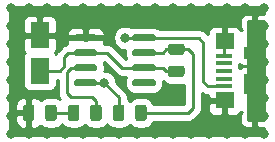
<source format=gbr>
G04 #@! TF.GenerationSoftware,KiCad,Pcbnew,5.1.6-c6e7f7d~86~ubuntu18.04.1*
G04 #@! TF.CreationDate,2020-06-15T00:20:06-04:00*
G04 #@! TF.ProjectId,flashing-led,666c6173-6869-46e6-972d-6c65642e6b69,1.0*
G04 #@! TF.SameCoordinates,Original*
G04 #@! TF.FileFunction,Copper,L1,Top*
G04 #@! TF.FilePolarity,Positive*
%FSLAX46Y46*%
G04 Gerber Fmt 4.6, Leading zero omitted, Abs format (unit mm)*
G04 Created by KiCad (PCBNEW 5.1.6-c6e7f7d~86~ubuntu18.04.1) date 2020-06-15 00:20:06*
%MOMM*%
%LPD*%
G01*
G04 APERTURE LIST*
G04 #@! TA.AperFunction,SMDPad,CuDef*
%ADD10R,1.600000X2.200000*%
G04 #@! TD*
G04 #@! TA.AperFunction,SMDPad,CuDef*
%ADD11R,1.900000X1.000000*%
G04 #@! TD*
G04 #@! TA.AperFunction,SMDPad,CuDef*
%ADD12R,1.900000X1.800000*%
G04 #@! TD*
G04 #@! TA.AperFunction,SMDPad,CuDef*
%ADD13R,1.300000X1.650000*%
G04 #@! TD*
G04 #@! TA.AperFunction,SMDPad,CuDef*
%ADD14R,1.550000X1.425000*%
G04 #@! TD*
G04 #@! TA.AperFunction,SMDPad,CuDef*
%ADD15R,1.380000X0.450000*%
G04 #@! TD*
G04 #@! TA.AperFunction,ViaPad*
%ADD16C,0.800000*%
G04 #@! TD*
G04 #@! TA.AperFunction,Conductor*
%ADD17C,0.250000*%
G04 #@! TD*
G04 #@! TA.AperFunction,Conductor*
%ADD18C,0.254000*%
G04 #@! TD*
G04 APERTURE END LIST*
G04 #@! TA.AperFunction,SMDPad,CuDef*
G36*
G01*
X150800750Y-92174000D02*
X151713250Y-92174000D01*
G75*
G02*
X151957000Y-92417750I0J-243750D01*
G01*
X151957000Y-92905250D01*
G75*
G02*
X151713250Y-93149000I-243750J0D01*
G01*
X150800750Y-93149000D01*
G75*
G02*
X150557000Y-92905250I0J243750D01*
G01*
X150557000Y-92417750D01*
G75*
G02*
X150800750Y-92174000I243750J0D01*
G01*
G37*
G04 #@! TD.AperFunction*
G04 #@! TA.AperFunction,SMDPad,CuDef*
G36*
G01*
X150800750Y-94049000D02*
X151713250Y-94049000D01*
G75*
G02*
X151957000Y-94292750I0J-243750D01*
G01*
X151957000Y-94780250D01*
G75*
G02*
X151713250Y-95024000I-243750J0D01*
G01*
X150800750Y-95024000D01*
G75*
G02*
X150557000Y-94780250I0J243750D01*
G01*
X150557000Y-94292750D01*
G75*
G02*
X150800750Y-94049000I243750J0D01*
G01*
G37*
G04 #@! TD.AperFunction*
D10*
X139700000Y-94464000D03*
X139700000Y-91464000D03*
G04 #@! TA.AperFunction,SMDPad,CuDef*
G36*
G01*
X138275000Y-98500250D02*
X138275000Y-97587750D01*
G75*
G02*
X138518750Y-97344000I243750J0D01*
G01*
X139006250Y-97344000D01*
G75*
G02*
X139250000Y-97587750I0J-243750D01*
G01*
X139250000Y-98500250D01*
G75*
G02*
X139006250Y-98744000I-243750J0D01*
G01*
X138518750Y-98744000D01*
G75*
G02*
X138275000Y-98500250I0J243750D01*
G01*
G37*
G04 #@! TD.AperFunction*
G04 #@! TA.AperFunction,SMDPad,CuDef*
G36*
G01*
X140150000Y-98500250D02*
X140150000Y-97587750D01*
G75*
G02*
X140393750Y-97344000I243750J0D01*
G01*
X140881250Y-97344000D01*
G75*
G02*
X141125000Y-97587750I0J-243750D01*
G01*
X141125000Y-98500250D01*
G75*
G02*
X140881250Y-98744000I-243750J0D01*
G01*
X140393750Y-98744000D01*
G75*
G02*
X140150000Y-98500250I0J243750D01*
G01*
G37*
G04 #@! TD.AperFunction*
G04 #@! TA.AperFunction,SMDPad,CuDef*
G36*
G01*
X147770000Y-98500250D02*
X147770000Y-97587750D01*
G75*
G02*
X148013750Y-97344000I243750J0D01*
G01*
X148501250Y-97344000D01*
G75*
G02*
X148745000Y-97587750I0J-243750D01*
G01*
X148745000Y-98500250D01*
G75*
G02*
X148501250Y-98744000I-243750J0D01*
G01*
X148013750Y-98744000D01*
G75*
G02*
X147770000Y-98500250I0J243750D01*
G01*
G37*
G04 #@! TD.AperFunction*
G04 #@! TA.AperFunction,SMDPad,CuDef*
G36*
G01*
X145895000Y-98500250D02*
X145895000Y-97587750D01*
G75*
G02*
X146138750Y-97344000I243750J0D01*
G01*
X146626250Y-97344000D01*
G75*
G02*
X146870000Y-97587750I0J-243750D01*
G01*
X146870000Y-98500250D01*
G75*
G02*
X146626250Y-98744000I-243750J0D01*
G01*
X146138750Y-98744000D01*
G75*
G02*
X145895000Y-98500250I0J243750D01*
G01*
G37*
G04 #@! TD.AperFunction*
G04 #@! TA.AperFunction,SMDPad,CuDef*
G36*
G01*
X142085000Y-98500250D02*
X142085000Y-97587750D01*
G75*
G02*
X142328750Y-97344000I243750J0D01*
G01*
X142816250Y-97344000D01*
G75*
G02*
X143060000Y-97587750I0J-243750D01*
G01*
X143060000Y-98500250D01*
G75*
G02*
X142816250Y-98744000I-243750J0D01*
G01*
X142328750Y-98744000D01*
G75*
G02*
X142085000Y-98500250I0J243750D01*
G01*
G37*
G04 #@! TD.AperFunction*
G04 #@! TA.AperFunction,SMDPad,CuDef*
G36*
G01*
X143960000Y-98500250D02*
X143960000Y-97587750D01*
G75*
G02*
X144203750Y-97344000I243750J0D01*
G01*
X144691250Y-97344000D01*
G75*
G02*
X144935000Y-97587750I0J-243750D01*
G01*
X144935000Y-98500250D01*
G75*
G02*
X144691250Y-98744000I-243750J0D01*
G01*
X144203750Y-98744000D01*
G75*
G02*
X143960000Y-98500250I0J243750D01*
G01*
G37*
G04 #@! TD.AperFunction*
D11*
X157918000Y-92938000D03*
D12*
X157918000Y-95638000D03*
D13*
X157918000Y-91113000D03*
X157918000Y-97863000D03*
D14*
X155343000Y-92000500D03*
X155343000Y-96975500D03*
D15*
X155258000Y-93188000D03*
X155258000Y-93838000D03*
X155258000Y-94488000D03*
X155258000Y-95138000D03*
X155258000Y-95788000D03*
G04 #@! TA.AperFunction,SMDPad,CuDef*
G36*
G01*
X142600000Y-91844000D02*
X142600000Y-91544000D01*
G75*
G02*
X142750000Y-91394000I150000J0D01*
G01*
X144400000Y-91394000D01*
G75*
G02*
X144550000Y-91544000I0J-150000D01*
G01*
X144550000Y-91844000D01*
G75*
G02*
X144400000Y-91994000I-150000J0D01*
G01*
X142750000Y-91994000D01*
G75*
G02*
X142600000Y-91844000I0J150000D01*
G01*
G37*
G04 #@! TD.AperFunction*
G04 #@! TA.AperFunction,SMDPad,CuDef*
G36*
G01*
X142600000Y-93114000D02*
X142600000Y-92814000D01*
G75*
G02*
X142750000Y-92664000I150000J0D01*
G01*
X144400000Y-92664000D01*
G75*
G02*
X144550000Y-92814000I0J-150000D01*
G01*
X144550000Y-93114000D01*
G75*
G02*
X144400000Y-93264000I-150000J0D01*
G01*
X142750000Y-93264000D01*
G75*
G02*
X142600000Y-93114000I0J150000D01*
G01*
G37*
G04 #@! TD.AperFunction*
G04 #@! TA.AperFunction,SMDPad,CuDef*
G36*
G01*
X142600000Y-94384000D02*
X142600000Y-94084000D01*
G75*
G02*
X142750000Y-93934000I150000J0D01*
G01*
X144400000Y-93934000D01*
G75*
G02*
X144550000Y-94084000I0J-150000D01*
G01*
X144550000Y-94384000D01*
G75*
G02*
X144400000Y-94534000I-150000J0D01*
G01*
X142750000Y-94534000D01*
G75*
G02*
X142600000Y-94384000I0J150000D01*
G01*
G37*
G04 #@! TD.AperFunction*
G04 #@! TA.AperFunction,SMDPad,CuDef*
G36*
G01*
X142600000Y-95654000D02*
X142600000Y-95354000D01*
G75*
G02*
X142750000Y-95204000I150000J0D01*
G01*
X144400000Y-95204000D01*
G75*
G02*
X144550000Y-95354000I0J-150000D01*
G01*
X144550000Y-95654000D01*
G75*
G02*
X144400000Y-95804000I-150000J0D01*
G01*
X142750000Y-95804000D01*
G75*
G02*
X142600000Y-95654000I0J150000D01*
G01*
G37*
G04 #@! TD.AperFunction*
G04 #@! TA.AperFunction,SMDPad,CuDef*
G36*
G01*
X147550000Y-95654000D02*
X147550000Y-95354000D01*
G75*
G02*
X147700000Y-95204000I150000J0D01*
G01*
X149350000Y-95204000D01*
G75*
G02*
X149500000Y-95354000I0J-150000D01*
G01*
X149500000Y-95654000D01*
G75*
G02*
X149350000Y-95804000I-150000J0D01*
G01*
X147700000Y-95804000D01*
G75*
G02*
X147550000Y-95654000I0J150000D01*
G01*
G37*
G04 #@! TD.AperFunction*
G04 #@! TA.AperFunction,SMDPad,CuDef*
G36*
G01*
X147550000Y-94384000D02*
X147550000Y-94084000D01*
G75*
G02*
X147700000Y-93934000I150000J0D01*
G01*
X149350000Y-93934000D01*
G75*
G02*
X149500000Y-94084000I0J-150000D01*
G01*
X149500000Y-94384000D01*
G75*
G02*
X149350000Y-94534000I-150000J0D01*
G01*
X147700000Y-94534000D01*
G75*
G02*
X147550000Y-94384000I0J150000D01*
G01*
G37*
G04 #@! TD.AperFunction*
G04 #@! TA.AperFunction,SMDPad,CuDef*
G36*
G01*
X147550000Y-93114000D02*
X147550000Y-92814000D01*
G75*
G02*
X147700000Y-92664000I150000J0D01*
G01*
X149350000Y-92664000D01*
G75*
G02*
X149500000Y-92814000I0J-150000D01*
G01*
X149500000Y-93114000D01*
G75*
G02*
X149350000Y-93264000I-150000J0D01*
G01*
X147700000Y-93264000D01*
G75*
G02*
X147550000Y-93114000I0J150000D01*
G01*
G37*
G04 #@! TD.AperFunction*
G04 #@! TA.AperFunction,SMDPad,CuDef*
G36*
G01*
X147550000Y-91844000D02*
X147550000Y-91544000D01*
G75*
G02*
X147700000Y-91394000I150000J0D01*
G01*
X149350000Y-91394000D01*
G75*
G02*
X149500000Y-91544000I0J-150000D01*
G01*
X149500000Y-91844000D01*
G75*
G02*
X149350000Y-91994000I-150000J0D01*
G01*
X147700000Y-91994000D01*
G75*
G02*
X147550000Y-91844000I0J150000D01*
G01*
G37*
G04 #@! TD.AperFunction*
D16*
X149479000Y-99822000D03*
X151003000Y-99822000D03*
X146431000Y-99822000D03*
X143383000Y-99822000D03*
X144907000Y-99822000D03*
X147955000Y-99822000D03*
X140335000Y-99822000D03*
X138811000Y-99822000D03*
X141859000Y-99822000D03*
X137287000Y-98298000D03*
X137287000Y-95250000D03*
X137287000Y-92202000D03*
X137287000Y-96774000D03*
X137287000Y-93726000D03*
X137287000Y-90678000D03*
X137287000Y-99822000D03*
X137287000Y-89154000D03*
X147955000Y-89154000D03*
X140335000Y-89154000D03*
X143383000Y-89154000D03*
X138811000Y-89154000D03*
X149479000Y-89154000D03*
X141859000Y-89154000D03*
X144907000Y-89154000D03*
X146431000Y-89154000D03*
X151003000Y-89154000D03*
X152527000Y-89154000D03*
X155575000Y-89154000D03*
X157099000Y-89154000D03*
X154051000Y-89154000D03*
X152527000Y-99822000D03*
X154051000Y-99822000D03*
X155575000Y-99822000D03*
X157099000Y-99822000D03*
X151003000Y-96520000D03*
X158648400Y-96761300D03*
X158648400Y-98285300D03*
X158648400Y-99809300D03*
X158648400Y-95237300D03*
X158648400Y-93713300D03*
X158648400Y-92189300D03*
X158648400Y-89141300D03*
X158648400Y-90665300D03*
X146939000Y-91694000D03*
X145161000Y-95504000D03*
D17*
X146685000Y-94234000D02*
X148525000Y-94234000D01*
X143575000Y-92964000D02*
X145415000Y-92964000D01*
X145415000Y-92964000D02*
X146685000Y-94234000D01*
X142113000Y-92964000D02*
X141732000Y-93345000D01*
X143575000Y-92964000D02*
X142113000Y-92964000D01*
X141732000Y-93345000D02*
X141732000Y-94107000D01*
X141732000Y-94107000D02*
X141375000Y-94464000D01*
X141375000Y-94464000D02*
X139700000Y-94464000D01*
X150416500Y-94536500D02*
X150114000Y-94234000D01*
X150114000Y-94234000D02*
X148525000Y-94234000D01*
X151765000Y-94536500D02*
X150416500Y-94536500D01*
X155258000Y-92085500D02*
X155343000Y-92000500D01*
X155258000Y-93188000D02*
X155258000Y-92085500D01*
X140637500Y-98044000D02*
X142572500Y-98044000D01*
X151765000Y-92661500D02*
X150416500Y-92661500D01*
X150416500Y-92661500D02*
X150114000Y-92964000D01*
X150114000Y-92964000D02*
X148525000Y-92964000D01*
X152654000Y-93027500D02*
X152654000Y-97663000D01*
X152273000Y-98044000D02*
X148257500Y-98044000D01*
X152654000Y-97663000D02*
X152273000Y-98044000D01*
X151384000Y-92661500D02*
X152288000Y-92661500D01*
X152288000Y-92661500D02*
X152654000Y-93027500D01*
X144447500Y-97013000D02*
X144447500Y-98044000D01*
X142303500Y-94234000D02*
X141986000Y-94551500D01*
X143575000Y-94234000D02*
X142303500Y-94234000D01*
X141986000Y-94551500D02*
X141986000Y-96393000D01*
X141986000Y-96393000D02*
X142303500Y-96710500D01*
X142303500Y-96710500D02*
X144145000Y-96710500D01*
X144145000Y-96710500D02*
X144447500Y-97013000D01*
X146939000Y-91694000D02*
X148525000Y-91694000D01*
X143575000Y-95504000D02*
X145161000Y-95504000D01*
X146382500Y-96725500D02*
X145161000Y-95504000D01*
X146382500Y-98044000D02*
X146382500Y-96725500D01*
X153954000Y-95788000D02*
X155258000Y-95788000D01*
X153555700Y-95389700D02*
X153954000Y-95788000D01*
X153555700Y-92087700D02*
X153555700Y-95389700D01*
X148525000Y-91694000D02*
X153162000Y-91694000D01*
X153162000Y-91694000D02*
X153555700Y-92087700D01*
D18*
G36*
X158725000Y-89672052D02*
G01*
X158692482Y-89662188D01*
X158568000Y-89649928D01*
X158203750Y-89653000D01*
X158045000Y-89811750D01*
X158045000Y-90986000D01*
X158065000Y-90986000D01*
X158065000Y-91240000D01*
X158045000Y-91240000D01*
X158045000Y-92811000D01*
X158065000Y-92811000D01*
X158065000Y-93065000D01*
X158045000Y-93065000D01*
X158045000Y-93914250D01*
X158203750Y-94073000D01*
X158725000Y-94075411D01*
X158725000Y-94100589D01*
X158203750Y-94103000D01*
X158045000Y-94261750D01*
X158045000Y-95511000D01*
X158065000Y-95511000D01*
X158065000Y-95765000D01*
X158045000Y-95765000D01*
X158045000Y-97736000D01*
X158065000Y-97736000D01*
X158065000Y-97990000D01*
X158045000Y-97990000D01*
X158045000Y-99164250D01*
X158203750Y-99323000D01*
X158568000Y-99326072D01*
X158692482Y-99313812D01*
X158725001Y-99303947D01*
X158725001Y-99924000D01*
X137185000Y-99924000D01*
X137185000Y-98744000D01*
X137636928Y-98744000D01*
X137649188Y-98868482D01*
X137685498Y-98988180D01*
X137744463Y-99098494D01*
X137823815Y-99195185D01*
X137920506Y-99274537D01*
X138030820Y-99333502D01*
X138150518Y-99369812D01*
X138275000Y-99382072D01*
X138476750Y-99379000D01*
X138635500Y-99220250D01*
X138635500Y-98171000D01*
X137798750Y-98171000D01*
X137640000Y-98329750D01*
X137636928Y-98744000D01*
X137185000Y-98744000D01*
X137185000Y-97344000D01*
X137636928Y-97344000D01*
X137640000Y-97758250D01*
X137798750Y-97917000D01*
X138635500Y-97917000D01*
X138635500Y-96867750D01*
X138476750Y-96709000D01*
X138275000Y-96705928D01*
X138150518Y-96718188D01*
X138030820Y-96754498D01*
X137920506Y-96813463D01*
X137823815Y-96892815D01*
X137744463Y-96989506D01*
X137685498Y-97099820D01*
X137649188Y-97219518D01*
X137636928Y-97344000D01*
X137185000Y-97344000D01*
X137185000Y-92564000D01*
X138261928Y-92564000D01*
X138274188Y-92688482D01*
X138310498Y-92808180D01*
X138369463Y-92918494D01*
X138406809Y-92964000D01*
X138369463Y-93009506D01*
X138310498Y-93119820D01*
X138274188Y-93239518D01*
X138261928Y-93364000D01*
X138261928Y-95564000D01*
X138274188Y-95688482D01*
X138310498Y-95808180D01*
X138369463Y-95918494D01*
X138448815Y-96015185D01*
X138545506Y-96094537D01*
X138655820Y-96153502D01*
X138775518Y-96189812D01*
X138900000Y-96202072D01*
X140500000Y-96202072D01*
X140624482Y-96189812D01*
X140744180Y-96153502D01*
X140854494Y-96094537D01*
X140951185Y-96015185D01*
X141030537Y-95918494D01*
X141089502Y-95808180D01*
X141125812Y-95688482D01*
X141138072Y-95564000D01*
X141138072Y-95224000D01*
X141226000Y-95224000D01*
X141226001Y-96355668D01*
X141222324Y-96393000D01*
X141226001Y-96430333D01*
X141236998Y-96541986D01*
X141242922Y-96561514D01*
X141280454Y-96685246D01*
X141351026Y-96817276D01*
X141397978Y-96874486D01*
X141403161Y-96880801D01*
X141371164Y-96854542D01*
X141218709Y-96773053D01*
X141053285Y-96722872D01*
X140881250Y-96705928D01*
X140393750Y-96705928D01*
X140221715Y-96722872D01*
X140056291Y-96773053D01*
X139903836Y-96854542D01*
X139770208Y-96964208D01*
X139764992Y-96970564D01*
X139701185Y-96892815D01*
X139604494Y-96813463D01*
X139494180Y-96754498D01*
X139374482Y-96718188D01*
X139250000Y-96705928D01*
X139048250Y-96709000D01*
X138889500Y-96867750D01*
X138889500Y-97917000D01*
X138909500Y-97917000D01*
X138909500Y-98171000D01*
X138889500Y-98171000D01*
X138889500Y-99220250D01*
X139048250Y-99379000D01*
X139250000Y-99382072D01*
X139374482Y-99369812D01*
X139494180Y-99333502D01*
X139604494Y-99274537D01*
X139701185Y-99195185D01*
X139764992Y-99117436D01*
X139770208Y-99123792D01*
X139903836Y-99233458D01*
X140056291Y-99314947D01*
X140221715Y-99365128D01*
X140393750Y-99382072D01*
X140881250Y-99382072D01*
X141053285Y-99365128D01*
X141218709Y-99314947D01*
X141371164Y-99233458D01*
X141504792Y-99123792D01*
X141605000Y-99001689D01*
X141705208Y-99123792D01*
X141838836Y-99233458D01*
X141991291Y-99314947D01*
X142156715Y-99365128D01*
X142328750Y-99382072D01*
X142816250Y-99382072D01*
X142988285Y-99365128D01*
X143153709Y-99314947D01*
X143306164Y-99233458D01*
X143439792Y-99123792D01*
X143510000Y-99038244D01*
X143580208Y-99123792D01*
X143713836Y-99233458D01*
X143866291Y-99314947D01*
X144031715Y-99365128D01*
X144203750Y-99382072D01*
X144691250Y-99382072D01*
X144863285Y-99365128D01*
X145028709Y-99314947D01*
X145181164Y-99233458D01*
X145314792Y-99123792D01*
X145415000Y-99001689D01*
X145515208Y-99123792D01*
X145648836Y-99233458D01*
X145801291Y-99314947D01*
X145966715Y-99365128D01*
X146138750Y-99382072D01*
X146626250Y-99382072D01*
X146798285Y-99365128D01*
X146963709Y-99314947D01*
X147116164Y-99233458D01*
X147249792Y-99123792D01*
X147320000Y-99038244D01*
X147390208Y-99123792D01*
X147523836Y-99233458D01*
X147676291Y-99314947D01*
X147841715Y-99365128D01*
X148013750Y-99382072D01*
X148501250Y-99382072D01*
X148673285Y-99365128D01*
X148838709Y-99314947D01*
X148991164Y-99233458D01*
X149124792Y-99123792D01*
X149234458Y-98990164D01*
X149315947Y-98837709D01*
X149326173Y-98804000D01*
X152235678Y-98804000D01*
X152273000Y-98807676D01*
X152310322Y-98804000D01*
X152310333Y-98804000D01*
X152421986Y-98793003D01*
X152565247Y-98749546D01*
X152697276Y-98678974D01*
X152813001Y-98584001D01*
X152836804Y-98554997D01*
X153164997Y-98226804D01*
X153194001Y-98203001D01*
X153288974Y-98087276D01*
X153359546Y-97955247D01*
X153403003Y-97811986D01*
X153414000Y-97700333D01*
X153414000Y-97700324D01*
X153415213Y-97688000D01*
X153929928Y-97688000D01*
X153942188Y-97812482D01*
X153978498Y-97932180D01*
X154037463Y-98042494D01*
X154116815Y-98139185D01*
X154213506Y-98218537D01*
X154323820Y-98277502D01*
X154443518Y-98313812D01*
X154568000Y-98326072D01*
X155057250Y-98323000D01*
X155216000Y-98164250D01*
X155216000Y-97102500D01*
X154091750Y-97102500D01*
X153933000Y-97261250D01*
X153929928Y-97688000D01*
X153415213Y-97688000D01*
X153417676Y-97663001D01*
X153414000Y-97625678D01*
X153414000Y-96328002D01*
X153529724Y-96422974D01*
X153661753Y-96493546D01*
X153805014Y-96537003D01*
X153916667Y-96548000D01*
X153916676Y-96548000D01*
X153931990Y-96549508D01*
X153933000Y-96689750D01*
X154091750Y-96848500D01*
X155216000Y-96848500D01*
X155216000Y-96828500D01*
X155470000Y-96828500D01*
X155470000Y-96848500D01*
X155490000Y-96848500D01*
X155490000Y-97102500D01*
X155470000Y-97102500D01*
X155470000Y-98164250D01*
X155628750Y-98323000D01*
X156118000Y-98326072D01*
X156242482Y-98313812D01*
X156362180Y-98277502D01*
X156472494Y-98218537D01*
X156569185Y-98139185D01*
X156648537Y-98042494D01*
X156676595Y-97990002D01*
X156791748Y-97990002D01*
X156633000Y-98148750D01*
X156629928Y-98688000D01*
X156642188Y-98812482D01*
X156678498Y-98932180D01*
X156737463Y-99042494D01*
X156816815Y-99139185D01*
X156913506Y-99218537D01*
X157023820Y-99277502D01*
X157143518Y-99313812D01*
X157268000Y-99326072D01*
X157632250Y-99323000D01*
X157791000Y-99164250D01*
X157791000Y-97990000D01*
X157771000Y-97990000D01*
X157771000Y-97736000D01*
X157791000Y-97736000D01*
X157791000Y-95765000D01*
X157771000Y-95765000D01*
X157771000Y-95511000D01*
X157791000Y-95511000D01*
X157791000Y-94261750D01*
X157632250Y-94103000D01*
X156968000Y-94099928D01*
X156843518Y-94112188D01*
X156723820Y-94148498D01*
X156613506Y-94207463D01*
X156583063Y-94232447D01*
X156576223Y-94163000D01*
X156586072Y-94063000D01*
X156586072Y-93946023D01*
X156613506Y-93968537D01*
X156723820Y-94027502D01*
X156843518Y-94063812D01*
X156968000Y-94076072D01*
X157632250Y-94073000D01*
X157791000Y-93914250D01*
X157791000Y-93065000D01*
X157771000Y-93065000D01*
X157771000Y-92811000D01*
X157791000Y-92811000D01*
X157791000Y-91240000D01*
X157771000Y-91240000D01*
X157771000Y-90986000D01*
X157791000Y-90986000D01*
X157791000Y-89811750D01*
X157632250Y-89653000D01*
X157268000Y-89649928D01*
X157143518Y-89662188D01*
X157023820Y-89698498D01*
X156913506Y-89757463D01*
X156816815Y-89836815D01*
X156737463Y-89933506D01*
X156678498Y-90043820D01*
X156642188Y-90163518D01*
X156629928Y-90288000D01*
X156633000Y-90827250D01*
X156791748Y-90985998D01*
X156676595Y-90985998D01*
X156648537Y-90933506D01*
X156569185Y-90836815D01*
X156472494Y-90757463D01*
X156362180Y-90698498D01*
X156242482Y-90662188D01*
X156118000Y-90649928D01*
X155628750Y-90653000D01*
X155470000Y-90811750D01*
X155470000Y-91873500D01*
X155490000Y-91873500D01*
X155490000Y-92127500D01*
X155470000Y-92127500D01*
X155470000Y-92147500D01*
X155216000Y-92147500D01*
X155216000Y-92127500D01*
X155196000Y-92127500D01*
X155196000Y-91873500D01*
X155216000Y-91873500D01*
X155216000Y-90811750D01*
X155057250Y-90653000D01*
X154568000Y-90649928D01*
X154443518Y-90662188D01*
X154323820Y-90698498D01*
X154213506Y-90757463D01*
X154116815Y-90836815D01*
X154037463Y-90933506D01*
X153978498Y-91043820D01*
X153942188Y-91163518D01*
X153929928Y-91288000D01*
X153930647Y-91387846D01*
X153725804Y-91183003D01*
X153702001Y-91153999D01*
X153586276Y-91059026D01*
X153454247Y-90988454D01*
X153310986Y-90944997D01*
X153199333Y-90934000D01*
X153199322Y-90934000D01*
X153162000Y-90930324D01*
X153124678Y-90934000D01*
X149842976Y-90934000D01*
X149787829Y-90888742D01*
X149651582Y-90815916D01*
X149503745Y-90771071D01*
X149350000Y-90755928D01*
X147700000Y-90755928D01*
X147546255Y-90771071D01*
X147459895Y-90797267D01*
X147429256Y-90776795D01*
X147240898Y-90698774D01*
X147040939Y-90659000D01*
X146837061Y-90659000D01*
X146637102Y-90698774D01*
X146448744Y-90776795D01*
X146279226Y-90890063D01*
X146135063Y-91034226D01*
X146021795Y-91203744D01*
X145943774Y-91392102D01*
X145904000Y-91592061D01*
X145904000Y-91795939D01*
X145943774Y-91995898D01*
X146021795Y-92184256D01*
X146135063Y-92353774D01*
X146279226Y-92497937D01*
X146448744Y-92611205D01*
X146637102Y-92689226D01*
X146837061Y-92729000D01*
X146920300Y-92729000D01*
X146911928Y-92814000D01*
X146911928Y-93114000D01*
X146927071Y-93267745D01*
X146971916Y-93415582D01*
X147003141Y-93474000D01*
X146999802Y-93474000D01*
X145978804Y-92453003D01*
X145955001Y-92423999D01*
X145839276Y-92329026D01*
X145707247Y-92258454D01*
X145563986Y-92214997D01*
X145452333Y-92204000D01*
X145452322Y-92204000D01*
X145415000Y-92200324D01*
X145377678Y-92204000D01*
X145149870Y-92204000D01*
X145175812Y-92118482D01*
X145188072Y-91994000D01*
X145185000Y-91979750D01*
X145026250Y-91821000D01*
X143702000Y-91821000D01*
X143702000Y-91841000D01*
X143448000Y-91841000D01*
X143448000Y-91821000D01*
X142123750Y-91821000D01*
X141965000Y-91979750D01*
X141961928Y-91994000D01*
X141974188Y-92118482D01*
X142002321Y-92211224D01*
X141964014Y-92214997D01*
X141820753Y-92258454D01*
X141688724Y-92329026D01*
X141572999Y-92423999D01*
X141549196Y-92453003D01*
X141221003Y-92781196D01*
X141191999Y-92804999D01*
X141153939Y-92851376D01*
X141097026Y-92920724D01*
X141073894Y-92964001D01*
X141040054Y-93027311D01*
X141030537Y-93009506D01*
X140993191Y-92964000D01*
X141030537Y-92918494D01*
X141089502Y-92808180D01*
X141125812Y-92688482D01*
X141138072Y-92564000D01*
X141135000Y-91749750D01*
X140976250Y-91591000D01*
X139827000Y-91591000D01*
X139827000Y-91611000D01*
X139573000Y-91611000D01*
X139573000Y-91591000D01*
X138423750Y-91591000D01*
X138265000Y-91749750D01*
X138261928Y-92564000D01*
X137185000Y-92564000D01*
X137185000Y-91394000D01*
X141961928Y-91394000D01*
X141965000Y-91408250D01*
X142123750Y-91567000D01*
X143448000Y-91567000D01*
X143448000Y-90917750D01*
X143702000Y-90917750D01*
X143702000Y-91567000D01*
X145026250Y-91567000D01*
X145185000Y-91408250D01*
X145188072Y-91394000D01*
X145175812Y-91269518D01*
X145139502Y-91149820D01*
X145080537Y-91039506D01*
X145001185Y-90942815D01*
X144904494Y-90863463D01*
X144794180Y-90804498D01*
X144674482Y-90768188D01*
X144550000Y-90755928D01*
X143860750Y-90759000D01*
X143702000Y-90917750D01*
X143448000Y-90917750D01*
X143289250Y-90759000D01*
X142600000Y-90755928D01*
X142475518Y-90768188D01*
X142355820Y-90804498D01*
X142245506Y-90863463D01*
X142148815Y-90942815D01*
X142069463Y-91039506D01*
X142010498Y-91149820D01*
X141974188Y-91269518D01*
X141961928Y-91394000D01*
X137185000Y-91394000D01*
X137185000Y-90364000D01*
X138261928Y-90364000D01*
X138265000Y-91178250D01*
X138423750Y-91337000D01*
X139573000Y-91337000D01*
X139573000Y-89887750D01*
X139827000Y-89887750D01*
X139827000Y-91337000D01*
X140976250Y-91337000D01*
X141135000Y-91178250D01*
X141138072Y-90364000D01*
X141125812Y-90239518D01*
X141089502Y-90119820D01*
X141030537Y-90009506D01*
X140951185Y-89912815D01*
X140854494Y-89833463D01*
X140744180Y-89774498D01*
X140624482Y-89738188D01*
X140500000Y-89725928D01*
X139985750Y-89729000D01*
X139827000Y-89887750D01*
X139573000Y-89887750D01*
X139414250Y-89729000D01*
X138900000Y-89725928D01*
X138775518Y-89738188D01*
X138655820Y-89774498D01*
X138545506Y-89833463D01*
X138448815Y-89912815D01*
X138369463Y-90009506D01*
X138310498Y-90119820D01*
X138274188Y-90239518D01*
X138261928Y-90364000D01*
X137185000Y-90364000D01*
X137185000Y-89052000D01*
X158725000Y-89052000D01*
X158725000Y-89672052D01*
G37*
X158725000Y-89672052D02*
X158692482Y-89662188D01*
X158568000Y-89649928D01*
X158203750Y-89653000D01*
X158045000Y-89811750D01*
X158045000Y-90986000D01*
X158065000Y-90986000D01*
X158065000Y-91240000D01*
X158045000Y-91240000D01*
X158045000Y-92811000D01*
X158065000Y-92811000D01*
X158065000Y-93065000D01*
X158045000Y-93065000D01*
X158045000Y-93914250D01*
X158203750Y-94073000D01*
X158725000Y-94075411D01*
X158725000Y-94100589D01*
X158203750Y-94103000D01*
X158045000Y-94261750D01*
X158045000Y-95511000D01*
X158065000Y-95511000D01*
X158065000Y-95765000D01*
X158045000Y-95765000D01*
X158045000Y-97736000D01*
X158065000Y-97736000D01*
X158065000Y-97990000D01*
X158045000Y-97990000D01*
X158045000Y-99164250D01*
X158203750Y-99323000D01*
X158568000Y-99326072D01*
X158692482Y-99313812D01*
X158725001Y-99303947D01*
X158725001Y-99924000D01*
X137185000Y-99924000D01*
X137185000Y-98744000D01*
X137636928Y-98744000D01*
X137649188Y-98868482D01*
X137685498Y-98988180D01*
X137744463Y-99098494D01*
X137823815Y-99195185D01*
X137920506Y-99274537D01*
X138030820Y-99333502D01*
X138150518Y-99369812D01*
X138275000Y-99382072D01*
X138476750Y-99379000D01*
X138635500Y-99220250D01*
X138635500Y-98171000D01*
X137798750Y-98171000D01*
X137640000Y-98329750D01*
X137636928Y-98744000D01*
X137185000Y-98744000D01*
X137185000Y-97344000D01*
X137636928Y-97344000D01*
X137640000Y-97758250D01*
X137798750Y-97917000D01*
X138635500Y-97917000D01*
X138635500Y-96867750D01*
X138476750Y-96709000D01*
X138275000Y-96705928D01*
X138150518Y-96718188D01*
X138030820Y-96754498D01*
X137920506Y-96813463D01*
X137823815Y-96892815D01*
X137744463Y-96989506D01*
X137685498Y-97099820D01*
X137649188Y-97219518D01*
X137636928Y-97344000D01*
X137185000Y-97344000D01*
X137185000Y-92564000D01*
X138261928Y-92564000D01*
X138274188Y-92688482D01*
X138310498Y-92808180D01*
X138369463Y-92918494D01*
X138406809Y-92964000D01*
X138369463Y-93009506D01*
X138310498Y-93119820D01*
X138274188Y-93239518D01*
X138261928Y-93364000D01*
X138261928Y-95564000D01*
X138274188Y-95688482D01*
X138310498Y-95808180D01*
X138369463Y-95918494D01*
X138448815Y-96015185D01*
X138545506Y-96094537D01*
X138655820Y-96153502D01*
X138775518Y-96189812D01*
X138900000Y-96202072D01*
X140500000Y-96202072D01*
X140624482Y-96189812D01*
X140744180Y-96153502D01*
X140854494Y-96094537D01*
X140951185Y-96015185D01*
X141030537Y-95918494D01*
X141089502Y-95808180D01*
X141125812Y-95688482D01*
X141138072Y-95564000D01*
X141138072Y-95224000D01*
X141226000Y-95224000D01*
X141226001Y-96355668D01*
X141222324Y-96393000D01*
X141226001Y-96430333D01*
X141236998Y-96541986D01*
X141242922Y-96561514D01*
X141280454Y-96685246D01*
X141351026Y-96817276D01*
X141397978Y-96874486D01*
X141403161Y-96880801D01*
X141371164Y-96854542D01*
X141218709Y-96773053D01*
X141053285Y-96722872D01*
X140881250Y-96705928D01*
X140393750Y-96705928D01*
X140221715Y-96722872D01*
X140056291Y-96773053D01*
X139903836Y-96854542D01*
X139770208Y-96964208D01*
X139764992Y-96970564D01*
X139701185Y-96892815D01*
X139604494Y-96813463D01*
X139494180Y-96754498D01*
X139374482Y-96718188D01*
X139250000Y-96705928D01*
X139048250Y-96709000D01*
X138889500Y-96867750D01*
X138889500Y-97917000D01*
X138909500Y-97917000D01*
X138909500Y-98171000D01*
X138889500Y-98171000D01*
X138889500Y-99220250D01*
X139048250Y-99379000D01*
X139250000Y-99382072D01*
X139374482Y-99369812D01*
X139494180Y-99333502D01*
X139604494Y-99274537D01*
X139701185Y-99195185D01*
X139764992Y-99117436D01*
X139770208Y-99123792D01*
X139903836Y-99233458D01*
X140056291Y-99314947D01*
X140221715Y-99365128D01*
X140393750Y-99382072D01*
X140881250Y-99382072D01*
X141053285Y-99365128D01*
X141218709Y-99314947D01*
X141371164Y-99233458D01*
X141504792Y-99123792D01*
X141605000Y-99001689D01*
X141705208Y-99123792D01*
X141838836Y-99233458D01*
X141991291Y-99314947D01*
X142156715Y-99365128D01*
X142328750Y-99382072D01*
X142816250Y-99382072D01*
X142988285Y-99365128D01*
X143153709Y-99314947D01*
X143306164Y-99233458D01*
X143439792Y-99123792D01*
X143510000Y-99038244D01*
X143580208Y-99123792D01*
X143713836Y-99233458D01*
X143866291Y-99314947D01*
X144031715Y-99365128D01*
X144203750Y-99382072D01*
X144691250Y-99382072D01*
X144863285Y-99365128D01*
X145028709Y-99314947D01*
X145181164Y-99233458D01*
X145314792Y-99123792D01*
X145415000Y-99001689D01*
X145515208Y-99123792D01*
X145648836Y-99233458D01*
X145801291Y-99314947D01*
X145966715Y-99365128D01*
X146138750Y-99382072D01*
X146626250Y-99382072D01*
X146798285Y-99365128D01*
X146963709Y-99314947D01*
X147116164Y-99233458D01*
X147249792Y-99123792D01*
X147320000Y-99038244D01*
X147390208Y-99123792D01*
X147523836Y-99233458D01*
X147676291Y-99314947D01*
X147841715Y-99365128D01*
X148013750Y-99382072D01*
X148501250Y-99382072D01*
X148673285Y-99365128D01*
X148838709Y-99314947D01*
X148991164Y-99233458D01*
X149124792Y-99123792D01*
X149234458Y-98990164D01*
X149315947Y-98837709D01*
X149326173Y-98804000D01*
X152235678Y-98804000D01*
X152273000Y-98807676D01*
X152310322Y-98804000D01*
X152310333Y-98804000D01*
X152421986Y-98793003D01*
X152565247Y-98749546D01*
X152697276Y-98678974D01*
X152813001Y-98584001D01*
X152836804Y-98554997D01*
X153164997Y-98226804D01*
X153194001Y-98203001D01*
X153288974Y-98087276D01*
X153359546Y-97955247D01*
X153403003Y-97811986D01*
X153414000Y-97700333D01*
X153414000Y-97700324D01*
X153415213Y-97688000D01*
X153929928Y-97688000D01*
X153942188Y-97812482D01*
X153978498Y-97932180D01*
X154037463Y-98042494D01*
X154116815Y-98139185D01*
X154213506Y-98218537D01*
X154323820Y-98277502D01*
X154443518Y-98313812D01*
X154568000Y-98326072D01*
X155057250Y-98323000D01*
X155216000Y-98164250D01*
X155216000Y-97102500D01*
X154091750Y-97102500D01*
X153933000Y-97261250D01*
X153929928Y-97688000D01*
X153415213Y-97688000D01*
X153417676Y-97663001D01*
X153414000Y-97625678D01*
X153414000Y-96328002D01*
X153529724Y-96422974D01*
X153661753Y-96493546D01*
X153805014Y-96537003D01*
X153916667Y-96548000D01*
X153916676Y-96548000D01*
X153931990Y-96549508D01*
X153933000Y-96689750D01*
X154091750Y-96848500D01*
X155216000Y-96848500D01*
X155216000Y-96828500D01*
X155470000Y-96828500D01*
X155470000Y-96848500D01*
X155490000Y-96848500D01*
X155490000Y-97102500D01*
X155470000Y-97102500D01*
X155470000Y-98164250D01*
X155628750Y-98323000D01*
X156118000Y-98326072D01*
X156242482Y-98313812D01*
X156362180Y-98277502D01*
X156472494Y-98218537D01*
X156569185Y-98139185D01*
X156648537Y-98042494D01*
X156676595Y-97990002D01*
X156791748Y-97990002D01*
X156633000Y-98148750D01*
X156629928Y-98688000D01*
X156642188Y-98812482D01*
X156678498Y-98932180D01*
X156737463Y-99042494D01*
X156816815Y-99139185D01*
X156913506Y-99218537D01*
X157023820Y-99277502D01*
X157143518Y-99313812D01*
X157268000Y-99326072D01*
X157632250Y-99323000D01*
X157791000Y-99164250D01*
X157791000Y-97990000D01*
X157771000Y-97990000D01*
X157771000Y-97736000D01*
X157791000Y-97736000D01*
X157791000Y-95765000D01*
X157771000Y-95765000D01*
X157771000Y-95511000D01*
X157791000Y-95511000D01*
X157791000Y-94261750D01*
X157632250Y-94103000D01*
X156968000Y-94099928D01*
X156843518Y-94112188D01*
X156723820Y-94148498D01*
X156613506Y-94207463D01*
X156583063Y-94232447D01*
X156576223Y-94163000D01*
X156586072Y-94063000D01*
X156586072Y-93946023D01*
X156613506Y-93968537D01*
X156723820Y-94027502D01*
X156843518Y-94063812D01*
X156968000Y-94076072D01*
X157632250Y-94073000D01*
X157791000Y-93914250D01*
X157791000Y-93065000D01*
X157771000Y-93065000D01*
X157771000Y-92811000D01*
X157791000Y-92811000D01*
X157791000Y-91240000D01*
X157771000Y-91240000D01*
X157771000Y-90986000D01*
X157791000Y-90986000D01*
X157791000Y-89811750D01*
X157632250Y-89653000D01*
X157268000Y-89649928D01*
X157143518Y-89662188D01*
X157023820Y-89698498D01*
X156913506Y-89757463D01*
X156816815Y-89836815D01*
X156737463Y-89933506D01*
X156678498Y-90043820D01*
X156642188Y-90163518D01*
X156629928Y-90288000D01*
X156633000Y-90827250D01*
X156791748Y-90985998D01*
X156676595Y-90985998D01*
X156648537Y-90933506D01*
X156569185Y-90836815D01*
X156472494Y-90757463D01*
X156362180Y-90698498D01*
X156242482Y-90662188D01*
X156118000Y-90649928D01*
X155628750Y-90653000D01*
X155470000Y-90811750D01*
X155470000Y-91873500D01*
X155490000Y-91873500D01*
X155490000Y-92127500D01*
X155470000Y-92127500D01*
X155470000Y-92147500D01*
X155216000Y-92147500D01*
X155216000Y-92127500D01*
X155196000Y-92127500D01*
X155196000Y-91873500D01*
X155216000Y-91873500D01*
X155216000Y-90811750D01*
X155057250Y-90653000D01*
X154568000Y-90649928D01*
X154443518Y-90662188D01*
X154323820Y-90698498D01*
X154213506Y-90757463D01*
X154116815Y-90836815D01*
X154037463Y-90933506D01*
X153978498Y-91043820D01*
X153942188Y-91163518D01*
X153929928Y-91288000D01*
X153930647Y-91387846D01*
X153725804Y-91183003D01*
X153702001Y-91153999D01*
X153586276Y-91059026D01*
X153454247Y-90988454D01*
X153310986Y-90944997D01*
X153199333Y-90934000D01*
X153199322Y-90934000D01*
X153162000Y-90930324D01*
X153124678Y-90934000D01*
X149842976Y-90934000D01*
X149787829Y-90888742D01*
X149651582Y-90815916D01*
X149503745Y-90771071D01*
X149350000Y-90755928D01*
X147700000Y-90755928D01*
X147546255Y-90771071D01*
X147459895Y-90797267D01*
X147429256Y-90776795D01*
X147240898Y-90698774D01*
X147040939Y-90659000D01*
X146837061Y-90659000D01*
X146637102Y-90698774D01*
X146448744Y-90776795D01*
X146279226Y-90890063D01*
X146135063Y-91034226D01*
X146021795Y-91203744D01*
X145943774Y-91392102D01*
X145904000Y-91592061D01*
X145904000Y-91795939D01*
X145943774Y-91995898D01*
X146021795Y-92184256D01*
X146135063Y-92353774D01*
X146279226Y-92497937D01*
X146448744Y-92611205D01*
X146637102Y-92689226D01*
X146837061Y-92729000D01*
X146920300Y-92729000D01*
X146911928Y-92814000D01*
X146911928Y-93114000D01*
X146927071Y-93267745D01*
X146971916Y-93415582D01*
X147003141Y-93474000D01*
X146999802Y-93474000D01*
X145978804Y-92453003D01*
X145955001Y-92423999D01*
X145839276Y-92329026D01*
X145707247Y-92258454D01*
X145563986Y-92214997D01*
X145452333Y-92204000D01*
X145452322Y-92204000D01*
X145415000Y-92200324D01*
X145377678Y-92204000D01*
X145149870Y-92204000D01*
X145175812Y-92118482D01*
X145188072Y-91994000D01*
X145185000Y-91979750D01*
X145026250Y-91821000D01*
X143702000Y-91821000D01*
X143702000Y-91841000D01*
X143448000Y-91841000D01*
X143448000Y-91821000D01*
X142123750Y-91821000D01*
X141965000Y-91979750D01*
X141961928Y-91994000D01*
X141974188Y-92118482D01*
X142002321Y-92211224D01*
X141964014Y-92214997D01*
X141820753Y-92258454D01*
X141688724Y-92329026D01*
X141572999Y-92423999D01*
X141549196Y-92453003D01*
X141221003Y-92781196D01*
X141191999Y-92804999D01*
X141153939Y-92851376D01*
X141097026Y-92920724D01*
X141073894Y-92964001D01*
X141040054Y-93027311D01*
X141030537Y-93009506D01*
X140993191Y-92964000D01*
X141030537Y-92918494D01*
X141089502Y-92808180D01*
X141125812Y-92688482D01*
X141138072Y-92564000D01*
X141135000Y-91749750D01*
X140976250Y-91591000D01*
X139827000Y-91591000D01*
X139827000Y-91611000D01*
X139573000Y-91611000D01*
X139573000Y-91591000D01*
X138423750Y-91591000D01*
X138265000Y-91749750D01*
X138261928Y-92564000D01*
X137185000Y-92564000D01*
X137185000Y-91394000D01*
X141961928Y-91394000D01*
X141965000Y-91408250D01*
X142123750Y-91567000D01*
X143448000Y-91567000D01*
X143448000Y-90917750D01*
X143702000Y-90917750D01*
X143702000Y-91567000D01*
X145026250Y-91567000D01*
X145185000Y-91408250D01*
X145188072Y-91394000D01*
X145175812Y-91269518D01*
X145139502Y-91149820D01*
X145080537Y-91039506D01*
X145001185Y-90942815D01*
X144904494Y-90863463D01*
X144794180Y-90804498D01*
X144674482Y-90768188D01*
X144550000Y-90755928D01*
X143860750Y-90759000D01*
X143702000Y-90917750D01*
X143448000Y-90917750D01*
X143289250Y-90759000D01*
X142600000Y-90755928D01*
X142475518Y-90768188D01*
X142355820Y-90804498D01*
X142245506Y-90863463D01*
X142148815Y-90942815D01*
X142069463Y-91039506D01*
X142010498Y-91149820D01*
X141974188Y-91269518D01*
X141961928Y-91394000D01*
X137185000Y-91394000D01*
X137185000Y-90364000D01*
X138261928Y-90364000D01*
X138265000Y-91178250D01*
X138423750Y-91337000D01*
X139573000Y-91337000D01*
X139573000Y-89887750D01*
X139827000Y-89887750D01*
X139827000Y-91337000D01*
X140976250Y-91337000D01*
X141135000Y-91178250D01*
X141138072Y-90364000D01*
X141125812Y-90239518D01*
X141089502Y-90119820D01*
X141030537Y-90009506D01*
X140951185Y-89912815D01*
X140854494Y-89833463D01*
X140744180Y-89774498D01*
X140624482Y-89738188D01*
X140500000Y-89725928D01*
X139985750Y-89729000D01*
X139827000Y-89887750D01*
X139573000Y-89887750D01*
X139414250Y-89729000D01*
X138900000Y-89725928D01*
X138775518Y-89738188D01*
X138655820Y-89774498D01*
X138545506Y-89833463D01*
X138448815Y-89912815D01*
X138369463Y-90009506D01*
X138310498Y-90119820D01*
X138274188Y-90239518D01*
X138261928Y-90364000D01*
X137185000Y-90364000D01*
X137185000Y-89052000D01*
X158725000Y-89052000D01*
X158725000Y-89672052D01*
G36*
X146121200Y-94745002D02*
G01*
X146144999Y-94774001D01*
X146260724Y-94868974D01*
X146392753Y-94939546D01*
X146536014Y-94983003D01*
X146647667Y-94994000D01*
X146647676Y-94994000D01*
X146684999Y-94997676D01*
X146722322Y-94994000D01*
X147003141Y-94994000D01*
X146971916Y-95052418D01*
X146927071Y-95200255D01*
X146911928Y-95354000D01*
X146911928Y-95654000D01*
X146927071Y-95807745D01*
X146971916Y-95955582D01*
X147044742Y-96091829D01*
X147142749Y-96211251D01*
X147262171Y-96309258D01*
X147398418Y-96382084D01*
X147546255Y-96426929D01*
X147700000Y-96442072D01*
X149350000Y-96442072D01*
X149503745Y-96426929D01*
X149651582Y-96382084D01*
X149787829Y-96309258D01*
X149907251Y-96211251D01*
X150005258Y-96091829D01*
X150078084Y-95955582D01*
X150122929Y-95807745D01*
X150138072Y-95654000D01*
X150138072Y-95356105D01*
X150177208Y-95403792D01*
X150310836Y-95513458D01*
X150463291Y-95594947D01*
X150628715Y-95645128D01*
X150800750Y-95662072D01*
X151713250Y-95662072D01*
X151885285Y-95645128D01*
X151894001Y-95642484D01*
X151894001Y-97284000D01*
X149326173Y-97284000D01*
X149315947Y-97250291D01*
X149234458Y-97097836D01*
X149124792Y-96964208D01*
X148991164Y-96854542D01*
X148838709Y-96773053D01*
X148673285Y-96722872D01*
X148501250Y-96705928D01*
X148013750Y-96705928D01*
X147841715Y-96722872D01*
X147676291Y-96773053D01*
X147523836Y-96854542D01*
X147390208Y-96964208D01*
X147320000Y-97049756D01*
X147249792Y-96964208D01*
X147142500Y-96876155D01*
X147142500Y-96762823D01*
X147146176Y-96725500D01*
X147142500Y-96688177D01*
X147142500Y-96688167D01*
X147131503Y-96576514D01*
X147088046Y-96433253D01*
X147017474Y-96301224D01*
X146922501Y-96185499D01*
X146893503Y-96161701D01*
X146196000Y-95464199D01*
X146196000Y-95402061D01*
X146156226Y-95202102D01*
X146078205Y-95013744D01*
X145964937Y-94844226D01*
X145820774Y-94700063D01*
X145651256Y-94586795D01*
X145462898Y-94508774D01*
X145262939Y-94469000D01*
X145179700Y-94469000D01*
X145188072Y-94384000D01*
X145188072Y-94084000D01*
X145172929Y-93930255D01*
X145128084Y-93782418D01*
X145096859Y-93724000D01*
X145100199Y-93724000D01*
X146121200Y-94745002D01*
G37*
X146121200Y-94745002D02*
X146144999Y-94774001D01*
X146260724Y-94868974D01*
X146392753Y-94939546D01*
X146536014Y-94983003D01*
X146647667Y-94994000D01*
X146647676Y-94994000D01*
X146684999Y-94997676D01*
X146722322Y-94994000D01*
X147003141Y-94994000D01*
X146971916Y-95052418D01*
X146927071Y-95200255D01*
X146911928Y-95354000D01*
X146911928Y-95654000D01*
X146927071Y-95807745D01*
X146971916Y-95955582D01*
X147044742Y-96091829D01*
X147142749Y-96211251D01*
X147262171Y-96309258D01*
X147398418Y-96382084D01*
X147546255Y-96426929D01*
X147700000Y-96442072D01*
X149350000Y-96442072D01*
X149503745Y-96426929D01*
X149651582Y-96382084D01*
X149787829Y-96309258D01*
X149907251Y-96211251D01*
X150005258Y-96091829D01*
X150078084Y-95955582D01*
X150122929Y-95807745D01*
X150138072Y-95654000D01*
X150138072Y-95356105D01*
X150177208Y-95403792D01*
X150310836Y-95513458D01*
X150463291Y-95594947D01*
X150628715Y-95645128D01*
X150800750Y-95662072D01*
X151713250Y-95662072D01*
X151885285Y-95645128D01*
X151894001Y-95642484D01*
X151894001Y-97284000D01*
X149326173Y-97284000D01*
X149315947Y-97250291D01*
X149234458Y-97097836D01*
X149124792Y-96964208D01*
X148991164Y-96854542D01*
X148838709Y-96773053D01*
X148673285Y-96722872D01*
X148501250Y-96705928D01*
X148013750Y-96705928D01*
X147841715Y-96722872D01*
X147676291Y-96773053D01*
X147523836Y-96854542D01*
X147390208Y-96964208D01*
X147320000Y-97049756D01*
X147249792Y-96964208D01*
X147142500Y-96876155D01*
X147142500Y-96762823D01*
X147146176Y-96725500D01*
X147142500Y-96688177D01*
X147142500Y-96688167D01*
X147131503Y-96576514D01*
X147088046Y-96433253D01*
X147017474Y-96301224D01*
X146922501Y-96185499D01*
X146893503Y-96161701D01*
X146196000Y-95464199D01*
X146196000Y-95402061D01*
X146156226Y-95202102D01*
X146078205Y-95013744D01*
X145964937Y-94844226D01*
X145820774Y-94700063D01*
X145651256Y-94586795D01*
X145462898Y-94508774D01*
X145262939Y-94469000D01*
X145179700Y-94469000D01*
X145188072Y-94384000D01*
X145188072Y-94084000D01*
X145172929Y-93930255D01*
X145128084Y-93782418D01*
X145096859Y-93724000D01*
X145100199Y-93724000D01*
X146121200Y-94745002D01*
G36*
X158725001Y-98679000D02*
G01*
X157353000Y-98679000D01*
X157353000Y-90297000D01*
X158725000Y-90297000D01*
X158725001Y-98679000D01*
G37*
X158725001Y-98679000D02*
X157353000Y-98679000D01*
X157353000Y-90297000D01*
X158725000Y-90297000D01*
X158725001Y-98679000D01*
M02*

</source>
